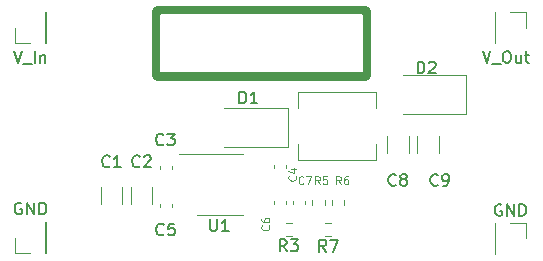
<source format=gto>
%TF.GenerationSoftware,KiCad,Pcbnew,(5.1.9)-1*%
%TF.CreationDate,2021-01-18T19:47:50+01:00*%
%TF.ProjectId,DC-DC-only,44432d44-432d-46f6-9e6c-792e6b696361,rev?*%
%TF.SameCoordinates,Original*%
%TF.FileFunction,Legend,Top*%
%TF.FilePolarity,Positive*%
%FSLAX46Y46*%
G04 Gerber Fmt 4.6, Leading zero omitted, Abs format (unit mm)*
G04 Created by KiCad (PCBNEW (5.1.9)-1) date 2021-01-18 19:47:50*
%MOMM*%
%LPD*%
G01*
G04 APERTURE LIST*
%ADD10C,0.120000*%
%ADD11C,1.000000*%
%ADD12C,0.150000*%
%ADD13C,0.100000*%
%ADD14R,2.500000X1.800000*%
%ADD15R,1.700000X1.700000*%
%ADD16R,1.950000X3.000000*%
%ADD17C,5.700000*%
%ADD18C,1.600000*%
%ADD19O,1.600000X1.600000*%
G04 APERTURE END LIST*
D10*
%TO.C,C1*%
X112797000Y-94743748D02*
X112797000Y-96166252D01*
X110977000Y-94743748D02*
X110977000Y-96166252D01*
%TO.C,C2*%
X115337000Y-94743748D02*
X115337000Y-96166252D01*
X113517000Y-94743748D02*
X113517000Y-96166252D01*
%TO.C,C3*%
X115949000Y-93218580D02*
X115949000Y-92937420D01*
X116969000Y-93218580D02*
X116969000Y-92937420D01*
%TO.C,C4*%
X126621000Y-92836420D02*
X126621000Y-93117580D01*
X125601000Y-92836420D02*
X125601000Y-93117580D01*
%TO.C,C5*%
X116969000Y-96112420D02*
X116969000Y-96393580D01*
X115949000Y-96112420D02*
X115949000Y-96393580D01*
%TO.C,C6*%
X126621000Y-95871420D02*
X126621000Y-96152580D01*
X125601000Y-95871420D02*
X125601000Y-96152580D01*
%TO.C,C7*%
X128272000Y-95871420D02*
X128272000Y-96152580D01*
X127252000Y-95871420D02*
X127252000Y-96152580D01*
%TO.C,C8*%
X137054000Y-90425748D02*
X137054000Y-91848252D01*
X135234000Y-90425748D02*
X135234000Y-91848252D01*
%TO.C,C9*%
X139594000Y-90425748D02*
X139594000Y-91848252D01*
X137774000Y-90425748D02*
X137774000Y-91848252D01*
%TO.C,D1*%
X126844000Y-91312000D02*
X126844000Y-88012000D01*
X126844000Y-88012000D02*
X121444000Y-88012000D01*
X126844000Y-91312000D02*
X121444000Y-91312000D01*
%TO.C,J1*%
X106330000Y-82550000D02*
X106330000Y-79890000D01*
X106270000Y-82550000D02*
X106330000Y-82550000D01*
X106270000Y-79890000D02*
X106330000Y-79890000D01*
X106270000Y-82550000D02*
X106270000Y-79890000D01*
X105000000Y-82550000D02*
X103670000Y-82550000D01*
X103670000Y-82550000D02*
X103670000Y-81220000D01*
%TO.C,J2*%
X144310000Y-97730000D02*
X144310000Y-100390000D01*
X144370000Y-97730000D02*
X144310000Y-97730000D01*
X144370000Y-100390000D02*
X144310000Y-100390000D01*
X144370000Y-97730000D02*
X144370000Y-100390000D01*
X145640000Y-97730000D02*
X146970000Y-97730000D01*
X146970000Y-97730000D02*
X146970000Y-99060000D01*
%TO.C,J3*%
X144310000Y-79890000D02*
X144310000Y-82550000D01*
X144370000Y-79890000D02*
X144310000Y-79890000D01*
X144370000Y-82550000D02*
X144310000Y-82550000D01*
X144370000Y-79890000D02*
X144370000Y-82550000D01*
X145640000Y-79890000D02*
X146970000Y-79890000D01*
X146970000Y-79890000D02*
X146970000Y-81220000D01*
%TO.C,J4*%
X106330000Y-100330000D02*
X106330000Y-97670000D01*
X106270000Y-100330000D02*
X106330000Y-100330000D01*
X106270000Y-97670000D02*
X106330000Y-97670000D01*
X106270000Y-100330000D02*
X106270000Y-97670000D01*
X105000000Y-100330000D02*
X103670000Y-100330000D01*
X103670000Y-100330000D02*
X103670000Y-99000000D01*
%TO.C,L1*%
X134237000Y-91062000D02*
X134237000Y-92462000D01*
X134237000Y-92462000D02*
X127637000Y-92462000D01*
X127637000Y-92462000D02*
X127637000Y-91062000D01*
X127637000Y-88062000D02*
X127637000Y-86662000D01*
X127637000Y-86662000D02*
X134237000Y-86662000D01*
X134237000Y-86662000D02*
X134237000Y-88062000D01*
%TO.C,R3*%
X126686542Y-97775500D02*
X127161058Y-97775500D01*
X126686542Y-98820500D02*
X127161058Y-98820500D01*
%TO.C,R5*%
X129935500Y-95774742D02*
X129935500Y-96249258D01*
X128890500Y-95774742D02*
X128890500Y-96249258D01*
%TO.C,R6*%
X131586500Y-95774742D02*
X131586500Y-96249258D01*
X130541500Y-95774742D02*
X130541500Y-96249258D01*
%TO.C,R7*%
X130463058Y-98820500D02*
X129988542Y-98820500D01*
X130463058Y-97775500D02*
X129988542Y-97775500D01*
%TO.C,U1*%
X121031000Y-97048000D02*
X122981000Y-97048000D01*
X121031000Y-97048000D02*
X119081000Y-97048000D01*
X121031000Y-91928000D02*
X122981000Y-91928000D01*
X121031000Y-91928000D02*
X117581000Y-91928000D01*
D11*
%TO.C,LO1*%
X133356600Y-85200800D02*
X115830600Y-85200800D01*
X133356600Y-79866800D02*
X133356600Y-85200800D01*
X115830600Y-79866800D02*
X133356600Y-79866800D01*
X115830600Y-85200800D02*
X115830600Y-79866800D01*
D10*
%TO.C,D2*%
X141925000Y-88518000D02*
X136525000Y-88518000D01*
X141925000Y-85218000D02*
X136525000Y-85218000D01*
X141925000Y-88518000D02*
X141925000Y-85218000D01*
%TO.C,C1*%
D12*
X111720333Y-92940142D02*
X111672714Y-92987761D01*
X111529857Y-93035380D01*
X111434619Y-93035380D01*
X111291761Y-92987761D01*
X111196523Y-92892523D01*
X111148904Y-92797285D01*
X111101285Y-92606809D01*
X111101285Y-92463952D01*
X111148904Y-92273476D01*
X111196523Y-92178238D01*
X111291761Y-92083000D01*
X111434619Y-92035380D01*
X111529857Y-92035380D01*
X111672714Y-92083000D01*
X111720333Y-92130619D01*
X112672714Y-93035380D02*
X112101285Y-93035380D01*
X112387000Y-93035380D02*
X112387000Y-92035380D01*
X112291761Y-92178238D01*
X112196523Y-92273476D01*
X112101285Y-92321095D01*
%TO.C,C2*%
X114260333Y-92940142D02*
X114212714Y-92987761D01*
X114069857Y-93035380D01*
X113974619Y-93035380D01*
X113831761Y-92987761D01*
X113736523Y-92892523D01*
X113688904Y-92797285D01*
X113641285Y-92606809D01*
X113641285Y-92463952D01*
X113688904Y-92273476D01*
X113736523Y-92178238D01*
X113831761Y-92083000D01*
X113974619Y-92035380D01*
X114069857Y-92035380D01*
X114212714Y-92083000D01*
X114260333Y-92130619D01*
X114641285Y-92130619D02*
X114688904Y-92083000D01*
X114784142Y-92035380D01*
X115022238Y-92035380D01*
X115117476Y-92083000D01*
X115165095Y-92130619D01*
X115212714Y-92225857D01*
X115212714Y-92321095D01*
X115165095Y-92463952D01*
X114593666Y-93035380D01*
X115212714Y-93035380D01*
%TO.C,C3*%
X116263333Y-91102142D02*
X116215714Y-91149761D01*
X116072857Y-91197380D01*
X115977619Y-91197380D01*
X115834761Y-91149761D01*
X115739523Y-91054523D01*
X115691904Y-90959285D01*
X115644285Y-90768809D01*
X115644285Y-90625952D01*
X115691904Y-90435476D01*
X115739523Y-90340238D01*
X115834761Y-90245000D01*
X115977619Y-90197380D01*
X116072857Y-90197380D01*
X116215714Y-90245000D01*
X116263333Y-90292619D01*
X116596666Y-90197380D02*
X117215714Y-90197380D01*
X116882380Y-90578333D01*
X117025238Y-90578333D01*
X117120476Y-90625952D01*
X117168095Y-90673571D01*
X117215714Y-90768809D01*
X117215714Y-91006904D01*
X117168095Y-91102142D01*
X117120476Y-91149761D01*
X117025238Y-91197380D01*
X116739523Y-91197380D01*
X116644285Y-91149761D01*
X116596666Y-91102142D01*
%TO.C,C4*%
D13*
X127460714Y-93776000D02*
X127492142Y-93807428D01*
X127523571Y-93901714D01*
X127523571Y-93964571D01*
X127492142Y-94058857D01*
X127429285Y-94121714D01*
X127366428Y-94153142D01*
X127240714Y-94184571D01*
X127146428Y-94184571D01*
X127020714Y-94153142D01*
X126957857Y-94121714D01*
X126895000Y-94058857D01*
X126863571Y-93964571D01*
X126863571Y-93901714D01*
X126895000Y-93807428D01*
X126926428Y-93776000D01*
X127083571Y-93210285D02*
X127523571Y-93210285D01*
X126832142Y-93367428D02*
X127303571Y-93524571D01*
X127303571Y-93116000D01*
%TO.C,C5*%
D12*
X116292333Y-98722142D02*
X116244714Y-98769761D01*
X116101857Y-98817380D01*
X116006619Y-98817380D01*
X115863761Y-98769761D01*
X115768523Y-98674523D01*
X115720904Y-98579285D01*
X115673285Y-98388809D01*
X115673285Y-98245952D01*
X115720904Y-98055476D01*
X115768523Y-97960238D01*
X115863761Y-97865000D01*
X116006619Y-97817380D01*
X116101857Y-97817380D01*
X116244714Y-97865000D01*
X116292333Y-97912619D01*
X117197095Y-97817380D02*
X116720904Y-97817380D01*
X116673285Y-98293571D01*
X116720904Y-98245952D01*
X116816142Y-98198333D01*
X117054238Y-98198333D01*
X117149476Y-98245952D01*
X117197095Y-98293571D01*
X117244714Y-98388809D01*
X117244714Y-98626904D01*
X117197095Y-98722142D01*
X117149476Y-98769761D01*
X117054238Y-98817380D01*
X116816142Y-98817380D01*
X116720904Y-98769761D01*
X116673285Y-98722142D01*
%TO.C,C6*%
D13*
X125174714Y-97967000D02*
X125206142Y-97998428D01*
X125237571Y-98092714D01*
X125237571Y-98155571D01*
X125206142Y-98249857D01*
X125143285Y-98312714D01*
X125080428Y-98344142D01*
X124954714Y-98375571D01*
X124860428Y-98375571D01*
X124734714Y-98344142D01*
X124671857Y-98312714D01*
X124609000Y-98249857D01*
X124577571Y-98155571D01*
X124577571Y-98092714D01*
X124609000Y-97998428D01*
X124640428Y-97967000D01*
X124577571Y-97401285D02*
X124577571Y-97527000D01*
X124609000Y-97589857D01*
X124640428Y-97621285D01*
X124734714Y-97684142D01*
X124860428Y-97715571D01*
X125111857Y-97715571D01*
X125174714Y-97684142D01*
X125206142Y-97652714D01*
X125237571Y-97589857D01*
X125237571Y-97464142D01*
X125206142Y-97401285D01*
X125174714Y-97369857D01*
X125111857Y-97338428D01*
X124954714Y-97338428D01*
X124891857Y-97369857D01*
X124860428Y-97401285D01*
X124829000Y-97464142D01*
X124829000Y-97589857D01*
X124860428Y-97652714D01*
X124891857Y-97684142D01*
X124954714Y-97715571D01*
%TO.C,C7*%
X128131000Y-94409714D02*
X128099571Y-94441142D01*
X128005285Y-94472571D01*
X127942428Y-94472571D01*
X127848142Y-94441142D01*
X127785285Y-94378285D01*
X127753857Y-94315428D01*
X127722428Y-94189714D01*
X127722428Y-94095428D01*
X127753857Y-93969714D01*
X127785285Y-93906857D01*
X127848142Y-93844000D01*
X127942428Y-93812571D01*
X128005285Y-93812571D01*
X128099571Y-93844000D01*
X128131000Y-93875428D01*
X128351000Y-93812571D02*
X128791000Y-93812571D01*
X128508142Y-94472571D01*
%TO.C,C8*%
D12*
X135948333Y-94531142D02*
X135900714Y-94578761D01*
X135757857Y-94626380D01*
X135662619Y-94626380D01*
X135519761Y-94578761D01*
X135424523Y-94483523D01*
X135376904Y-94388285D01*
X135329285Y-94197809D01*
X135329285Y-94054952D01*
X135376904Y-93864476D01*
X135424523Y-93769238D01*
X135519761Y-93674000D01*
X135662619Y-93626380D01*
X135757857Y-93626380D01*
X135900714Y-93674000D01*
X135948333Y-93721619D01*
X136519761Y-94054952D02*
X136424523Y-94007333D01*
X136376904Y-93959714D01*
X136329285Y-93864476D01*
X136329285Y-93816857D01*
X136376904Y-93721619D01*
X136424523Y-93674000D01*
X136519761Y-93626380D01*
X136710238Y-93626380D01*
X136805476Y-93674000D01*
X136853095Y-93721619D01*
X136900714Y-93816857D01*
X136900714Y-93864476D01*
X136853095Y-93959714D01*
X136805476Y-94007333D01*
X136710238Y-94054952D01*
X136519761Y-94054952D01*
X136424523Y-94102571D01*
X136376904Y-94150190D01*
X136329285Y-94245428D01*
X136329285Y-94435904D01*
X136376904Y-94531142D01*
X136424523Y-94578761D01*
X136519761Y-94626380D01*
X136710238Y-94626380D01*
X136805476Y-94578761D01*
X136853095Y-94531142D01*
X136900714Y-94435904D01*
X136900714Y-94245428D01*
X136853095Y-94150190D01*
X136805476Y-94102571D01*
X136710238Y-94054952D01*
%TO.C,C9*%
X139504333Y-94531142D02*
X139456714Y-94578761D01*
X139313857Y-94626380D01*
X139218619Y-94626380D01*
X139075761Y-94578761D01*
X138980523Y-94483523D01*
X138932904Y-94388285D01*
X138885285Y-94197809D01*
X138885285Y-94054952D01*
X138932904Y-93864476D01*
X138980523Y-93769238D01*
X139075761Y-93674000D01*
X139218619Y-93626380D01*
X139313857Y-93626380D01*
X139456714Y-93674000D01*
X139504333Y-93721619D01*
X139980523Y-94626380D02*
X140171000Y-94626380D01*
X140266238Y-94578761D01*
X140313857Y-94531142D01*
X140409095Y-94388285D01*
X140456714Y-94197809D01*
X140456714Y-93816857D01*
X140409095Y-93721619D01*
X140361476Y-93674000D01*
X140266238Y-93626380D01*
X140075761Y-93626380D01*
X139980523Y-93674000D01*
X139932904Y-93721619D01*
X139885285Y-93816857D01*
X139885285Y-94054952D01*
X139932904Y-94150190D01*
X139980523Y-94197809D01*
X140075761Y-94245428D01*
X140266238Y-94245428D01*
X140361476Y-94197809D01*
X140409095Y-94150190D01*
X140456714Y-94054952D01*
%TO.C,D1*%
X122705904Y-87641380D02*
X122705904Y-86641380D01*
X122944000Y-86641380D01*
X123086857Y-86689000D01*
X123182095Y-86784238D01*
X123229714Y-86879476D01*
X123277333Y-87069952D01*
X123277333Y-87212809D01*
X123229714Y-87403285D01*
X123182095Y-87498523D01*
X123086857Y-87593761D01*
X122944000Y-87641380D01*
X122705904Y-87641380D01*
X124229714Y-87641380D02*
X123658285Y-87641380D01*
X123944000Y-87641380D02*
X123944000Y-86641380D01*
X123848761Y-86784238D01*
X123753523Y-86879476D01*
X123658285Y-86927095D01*
%TO.C,J1*%
X103610238Y-83205380D02*
X103943571Y-84205380D01*
X104276904Y-83205380D01*
X104372142Y-84300619D02*
X105134047Y-84300619D01*
X105372142Y-84205380D02*
X105372142Y-83205380D01*
X105848333Y-83538714D02*
X105848333Y-84205380D01*
X105848333Y-83633952D02*
X105895952Y-83586333D01*
X105991190Y-83538714D01*
X106134047Y-83538714D01*
X106229285Y-83586333D01*
X106276904Y-83681571D01*
X106276904Y-84205380D01*
%TO.C,J2*%
X144893095Y-96207000D02*
X144797857Y-96159380D01*
X144655000Y-96159380D01*
X144512142Y-96207000D01*
X144416904Y-96302238D01*
X144369285Y-96397476D01*
X144321666Y-96587952D01*
X144321666Y-96730809D01*
X144369285Y-96921285D01*
X144416904Y-97016523D01*
X144512142Y-97111761D01*
X144655000Y-97159380D01*
X144750238Y-97159380D01*
X144893095Y-97111761D01*
X144940714Y-97064142D01*
X144940714Y-96730809D01*
X144750238Y-96730809D01*
X145369285Y-97159380D02*
X145369285Y-96159380D01*
X145940714Y-97159380D01*
X145940714Y-96159380D01*
X146416904Y-97159380D02*
X146416904Y-96159380D01*
X146655000Y-96159380D01*
X146797857Y-96207000D01*
X146893095Y-96302238D01*
X146940714Y-96397476D01*
X146988333Y-96587952D01*
X146988333Y-96730809D01*
X146940714Y-96921285D01*
X146893095Y-97016523D01*
X146797857Y-97111761D01*
X146655000Y-97159380D01*
X146416904Y-97159380D01*
%TO.C,J3*%
X143297809Y-83205380D02*
X143631142Y-84205380D01*
X143964476Y-83205380D01*
X144059714Y-84300619D02*
X144821619Y-84300619D01*
X145250190Y-83205380D02*
X145440666Y-83205380D01*
X145535904Y-83253000D01*
X145631142Y-83348238D01*
X145678761Y-83538714D01*
X145678761Y-83872047D01*
X145631142Y-84062523D01*
X145535904Y-84157761D01*
X145440666Y-84205380D01*
X145250190Y-84205380D01*
X145154952Y-84157761D01*
X145059714Y-84062523D01*
X145012095Y-83872047D01*
X145012095Y-83538714D01*
X145059714Y-83348238D01*
X145154952Y-83253000D01*
X145250190Y-83205380D01*
X146535904Y-83538714D02*
X146535904Y-84205380D01*
X146107333Y-83538714D02*
X146107333Y-84062523D01*
X146154952Y-84157761D01*
X146250190Y-84205380D01*
X146393047Y-84205380D01*
X146488285Y-84157761D01*
X146535904Y-84110142D01*
X146869238Y-83538714D02*
X147250190Y-83538714D01*
X147012095Y-83205380D02*
X147012095Y-84062523D01*
X147059714Y-84157761D01*
X147154952Y-84205380D01*
X147250190Y-84205380D01*
%TO.C,J4*%
X104253095Y-96080000D02*
X104157857Y-96032380D01*
X104015000Y-96032380D01*
X103872142Y-96080000D01*
X103776904Y-96175238D01*
X103729285Y-96270476D01*
X103681666Y-96460952D01*
X103681666Y-96603809D01*
X103729285Y-96794285D01*
X103776904Y-96889523D01*
X103872142Y-96984761D01*
X104015000Y-97032380D01*
X104110238Y-97032380D01*
X104253095Y-96984761D01*
X104300714Y-96937142D01*
X104300714Y-96603809D01*
X104110238Y-96603809D01*
X104729285Y-97032380D02*
X104729285Y-96032380D01*
X105300714Y-97032380D01*
X105300714Y-96032380D01*
X105776904Y-97032380D02*
X105776904Y-96032380D01*
X106015000Y-96032380D01*
X106157857Y-96080000D01*
X106253095Y-96175238D01*
X106300714Y-96270476D01*
X106348333Y-96460952D01*
X106348333Y-96603809D01*
X106300714Y-96794285D01*
X106253095Y-96889523D01*
X106157857Y-96984761D01*
X106015000Y-97032380D01*
X105776904Y-97032380D01*
%TO.C,L1*%
X130770333Y-85664380D02*
X130294142Y-85664380D01*
X130294142Y-84664380D01*
X131627476Y-85664380D02*
X131056047Y-85664380D01*
X131341761Y-85664380D02*
X131341761Y-84664380D01*
X131246523Y-84807238D01*
X131151285Y-84902476D01*
X131056047Y-84950095D01*
%TO.C,R3*%
X126706333Y-100147380D02*
X126373000Y-99671190D01*
X126134904Y-100147380D02*
X126134904Y-99147380D01*
X126515857Y-99147380D01*
X126611095Y-99195000D01*
X126658714Y-99242619D01*
X126706333Y-99337857D01*
X126706333Y-99480714D01*
X126658714Y-99575952D01*
X126611095Y-99623571D01*
X126515857Y-99671190D01*
X126134904Y-99671190D01*
X127039666Y-99147380D02*
X127658714Y-99147380D01*
X127325380Y-99528333D01*
X127468238Y-99528333D01*
X127563476Y-99575952D01*
X127611095Y-99623571D01*
X127658714Y-99718809D01*
X127658714Y-99956904D01*
X127611095Y-100052142D01*
X127563476Y-100099761D01*
X127468238Y-100147380D01*
X127182523Y-100147380D01*
X127087285Y-100099761D01*
X127039666Y-100052142D01*
%TO.C,R5*%
D13*
X129528000Y-94472571D02*
X129308000Y-94158285D01*
X129150857Y-94472571D02*
X129150857Y-93812571D01*
X129402285Y-93812571D01*
X129465142Y-93844000D01*
X129496571Y-93875428D01*
X129528000Y-93938285D01*
X129528000Y-94032571D01*
X129496571Y-94095428D01*
X129465142Y-94126857D01*
X129402285Y-94158285D01*
X129150857Y-94158285D01*
X130125142Y-93812571D02*
X129810857Y-93812571D01*
X129779428Y-94126857D01*
X129810857Y-94095428D01*
X129873714Y-94064000D01*
X130030857Y-94064000D01*
X130093714Y-94095428D01*
X130125142Y-94126857D01*
X130156571Y-94189714D01*
X130156571Y-94346857D01*
X130125142Y-94409714D01*
X130093714Y-94441142D01*
X130030857Y-94472571D01*
X129873714Y-94472571D01*
X129810857Y-94441142D01*
X129779428Y-94409714D01*
%TO.C,R6*%
X131306000Y-94472571D02*
X131086000Y-94158285D01*
X130928857Y-94472571D02*
X130928857Y-93812571D01*
X131180285Y-93812571D01*
X131243142Y-93844000D01*
X131274571Y-93875428D01*
X131306000Y-93938285D01*
X131306000Y-94032571D01*
X131274571Y-94095428D01*
X131243142Y-94126857D01*
X131180285Y-94158285D01*
X130928857Y-94158285D01*
X131871714Y-93812571D02*
X131746000Y-93812571D01*
X131683142Y-93844000D01*
X131651714Y-93875428D01*
X131588857Y-93969714D01*
X131557428Y-94095428D01*
X131557428Y-94346857D01*
X131588857Y-94409714D01*
X131620285Y-94441142D01*
X131683142Y-94472571D01*
X131808857Y-94472571D01*
X131871714Y-94441142D01*
X131903142Y-94409714D01*
X131934571Y-94346857D01*
X131934571Y-94189714D01*
X131903142Y-94126857D01*
X131871714Y-94095428D01*
X131808857Y-94064000D01*
X131683142Y-94064000D01*
X131620285Y-94095428D01*
X131588857Y-94126857D01*
X131557428Y-94189714D01*
%TO.C,R7*%
D12*
X130059133Y-100180380D02*
X129725800Y-99704190D01*
X129487704Y-100180380D02*
X129487704Y-99180380D01*
X129868657Y-99180380D01*
X129963895Y-99228000D01*
X130011514Y-99275619D01*
X130059133Y-99370857D01*
X130059133Y-99513714D01*
X130011514Y-99608952D01*
X129963895Y-99656571D01*
X129868657Y-99704190D01*
X129487704Y-99704190D01*
X130392466Y-99180380D02*
X131059133Y-99180380D01*
X130630561Y-100180380D01*
%TO.C,U1*%
X120240095Y-97436380D02*
X120240095Y-98245904D01*
X120287714Y-98341142D01*
X120335333Y-98388761D01*
X120430571Y-98436380D01*
X120621047Y-98436380D01*
X120716285Y-98388761D01*
X120763904Y-98341142D01*
X120811523Y-98245904D01*
X120811523Y-97436380D01*
X121811523Y-98436380D02*
X121240095Y-98436380D01*
X121525809Y-98436380D02*
X121525809Y-97436380D01*
X121430571Y-97579238D01*
X121335333Y-97674476D01*
X121240095Y-97722095D01*
%TO.C,D2*%
X137789904Y-85101380D02*
X137789904Y-84101380D01*
X138028000Y-84101380D01*
X138170857Y-84149000D01*
X138266095Y-84244238D01*
X138313714Y-84339476D01*
X138361333Y-84529952D01*
X138361333Y-84672809D01*
X138313714Y-84863285D01*
X138266095Y-84958523D01*
X138170857Y-85053761D01*
X138028000Y-85101380D01*
X137789904Y-85101380D01*
X138742285Y-84196619D02*
X138789904Y-84149000D01*
X138885142Y-84101380D01*
X139123238Y-84101380D01*
X139218476Y-84149000D01*
X139266095Y-84196619D01*
X139313714Y-84291857D01*
X139313714Y-84387095D01*
X139266095Y-84529952D01*
X138694666Y-85101380D01*
X139313714Y-85101380D01*
%TD*%
%LPC*%
%TO.C,LO1*%
G36*
X133077200Y-80171600D02*
G01*
X116110000Y-80171600D01*
X116110000Y-84896000D01*
X133077200Y-84896000D01*
X133077200Y-80171600D01*
G37*
X133077200Y-80171600D02*
X116110000Y-80171600D01*
X116110000Y-84896000D01*
X133077200Y-84896000D01*
X133077200Y-80171600D01*
%TD*%
%TO.C,C1*%
G36*
G01*
X111236999Y-96355000D02*
X112537001Y-96355000D01*
G75*
G02*
X112787000Y-96604999I0J-249999D01*
G01*
X112787000Y-97255001D01*
G75*
G02*
X112537001Y-97505000I-249999J0D01*
G01*
X111236999Y-97505000D01*
G75*
G02*
X110987000Y-97255001I0J249999D01*
G01*
X110987000Y-96604999D01*
G75*
G02*
X111236999Y-96355000I249999J0D01*
G01*
G37*
G36*
G01*
X111236999Y-93405000D02*
X112537001Y-93405000D01*
G75*
G02*
X112787000Y-93654999I0J-249999D01*
G01*
X112787000Y-94305001D01*
G75*
G02*
X112537001Y-94555000I-249999J0D01*
G01*
X111236999Y-94555000D01*
G75*
G02*
X110987000Y-94305001I0J249999D01*
G01*
X110987000Y-93654999D01*
G75*
G02*
X111236999Y-93405000I249999J0D01*
G01*
G37*
%TD*%
%TO.C,C2*%
G36*
G01*
X113776999Y-96355000D02*
X115077001Y-96355000D01*
G75*
G02*
X115327000Y-96604999I0J-249999D01*
G01*
X115327000Y-97255001D01*
G75*
G02*
X115077001Y-97505000I-249999J0D01*
G01*
X113776999Y-97505000D01*
G75*
G02*
X113527000Y-97255001I0J249999D01*
G01*
X113527000Y-96604999D01*
G75*
G02*
X113776999Y-96355000I249999J0D01*
G01*
G37*
G36*
G01*
X113776999Y-93405000D02*
X115077001Y-93405000D01*
G75*
G02*
X115327000Y-93654999I0J-249999D01*
G01*
X115327000Y-94305001D01*
G75*
G02*
X115077001Y-94555000I-249999J0D01*
G01*
X113776999Y-94555000D01*
G75*
G02*
X113527000Y-94305001I0J249999D01*
G01*
X113527000Y-93654999D01*
G75*
G02*
X113776999Y-93405000I249999J0D01*
G01*
G37*
%TD*%
%TO.C,C3*%
G36*
G01*
X116709000Y-92753000D02*
X116209000Y-92753000D01*
G75*
G02*
X115984000Y-92528000I0J225000D01*
G01*
X115984000Y-92078000D01*
G75*
G02*
X116209000Y-91853000I225000J0D01*
G01*
X116709000Y-91853000D01*
G75*
G02*
X116934000Y-92078000I0J-225000D01*
G01*
X116934000Y-92528000D01*
G75*
G02*
X116709000Y-92753000I-225000J0D01*
G01*
G37*
G36*
G01*
X116709000Y-94303000D02*
X116209000Y-94303000D01*
G75*
G02*
X115984000Y-94078000I0J225000D01*
G01*
X115984000Y-93628000D01*
G75*
G02*
X116209000Y-93403000I225000J0D01*
G01*
X116709000Y-93403000D01*
G75*
G02*
X116934000Y-93628000I0J-225000D01*
G01*
X116934000Y-94078000D01*
G75*
G02*
X116709000Y-94303000I-225000J0D01*
G01*
G37*
%TD*%
%TO.C,C4*%
G36*
G01*
X125861000Y-93302000D02*
X126361000Y-93302000D01*
G75*
G02*
X126586000Y-93527000I0J-225000D01*
G01*
X126586000Y-93977000D01*
G75*
G02*
X126361000Y-94202000I-225000J0D01*
G01*
X125861000Y-94202000D01*
G75*
G02*
X125636000Y-93977000I0J225000D01*
G01*
X125636000Y-93527000D01*
G75*
G02*
X125861000Y-93302000I225000J0D01*
G01*
G37*
G36*
G01*
X125861000Y-91752000D02*
X126361000Y-91752000D01*
G75*
G02*
X126586000Y-91977000I0J-225000D01*
G01*
X126586000Y-92427000D01*
G75*
G02*
X126361000Y-92652000I-225000J0D01*
G01*
X125861000Y-92652000D01*
G75*
G02*
X125636000Y-92427000I0J225000D01*
G01*
X125636000Y-91977000D01*
G75*
G02*
X125861000Y-91752000I225000J0D01*
G01*
G37*
%TD*%
%TO.C,C5*%
G36*
G01*
X116209000Y-96578000D02*
X116709000Y-96578000D01*
G75*
G02*
X116934000Y-96803000I0J-225000D01*
G01*
X116934000Y-97253000D01*
G75*
G02*
X116709000Y-97478000I-225000J0D01*
G01*
X116209000Y-97478000D01*
G75*
G02*
X115984000Y-97253000I0J225000D01*
G01*
X115984000Y-96803000D01*
G75*
G02*
X116209000Y-96578000I225000J0D01*
G01*
G37*
G36*
G01*
X116209000Y-95028000D02*
X116709000Y-95028000D01*
G75*
G02*
X116934000Y-95253000I0J-225000D01*
G01*
X116934000Y-95703000D01*
G75*
G02*
X116709000Y-95928000I-225000J0D01*
G01*
X116209000Y-95928000D01*
G75*
G02*
X115984000Y-95703000I0J225000D01*
G01*
X115984000Y-95253000D01*
G75*
G02*
X116209000Y-95028000I225000J0D01*
G01*
G37*
%TD*%
%TO.C,C6*%
G36*
G01*
X125861000Y-96337000D02*
X126361000Y-96337000D01*
G75*
G02*
X126586000Y-96562000I0J-225000D01*
G01*
X126586000Y-97012000D01*
G75*
G02*
X126361000Y-97237000I-225000J0D01*
G01*
X125861000Y-97237000D01*
G75*
G02*
X125636000Y-97012000I0J225000D01*
G01*
X125636000Y-96562000D01*
G75*
G02*
X125861000Y-96337000I225000J0D01*
G01*
G37*
G36*
G01*
X125861000Y-94787000D02*
X126361000Y-94787000D01*
G75*
G02*
X126586000Y-95012000I0J-225000D01*
G01*
X126586000Y-95462000D01*
G75*
G02*
X126361000Y-95687000I-225000J0D01*
G01*
X125861000Y-95687000D01*
G75*
G02*
X125636000Y-95462000I0J225000D01*
G01*
X125636000Y-95012000D01*
G75*
G02*
X125861000Y-94787000I225000J0D01*
G01*
G37*
%TD*%
%TO.C,C7*%
G36*
G01*
X127512000Y-96337000D02*
X128012000Y-96337000D01*
G75*
G02*
X128237000Y-96562000I0J-225000D01*
G01*
X128237000Y-97012000D01*
G75*
G02*
X128012000Y-97237000I-225000J0D01*
G01*
X127512000Y-97237000D01*
G75*
G02*
X127287000Y-97012000I0J225000D01*
G01*
X127287000Y-96562000D01*
G75*
G02*
X127512000Y-96337000I225000J0D01*
G01*
G37*
G36*
G01*
X127512000Y-94787000D02*
X128012000Y-94787000D01*
G75*
G02*
X128237000Y-95012000I0J-225000D01*
G01*
X128237000Y-95462000D01*
G75*
G02*
X128012000Y-95687000I-225000J0D01*
G01*
X127512000Y-95687000D01*
G75*
G02*
X127287000Y-95462000I0J225000D01*
G01*
X127287000Y-95012000D01*
G75*
G02*
X127512000Y-94787000I225000J0D01*
G01*
G37*
%TD*%
%TO.C,C8*%
G36*
G01*
X135493999Y-92037000D02*
X136794001Y-92037000D01*
G75*
G02*
X137044000Y-92286999I0J-249999D01*
G01*
X137044000Y-92937001D01*
G75*
G02*
X136794001Y-93187000I-249999J0D01*
G01*
X135493999Y-93187000D01*
G75*
G02*
X135244000Y-92937001I0J249999D01*
G01*
X135244000Y-92286999D01*
G75*
G02*
X135493999Y-92037000I249999J0D01*
G01*
G37*
G36*
G01*
X135493999Y-89087000D02*
X136794001Y-89087000D01*
G75*
G02*
X137044000Y-89336999I0J-249999D01*
G01*
X137044000Y-89987001D01*
G75*
G02*
X136794001Y-90237000I-249999J0D01*
G01*
X135493999Y-90237000D01*
G75*
G02*
X135244000Y-89987001I0J249999D01*
G01*
X135244000Y-89336999D01*
G75*
G02*
X135493999Y-89087000I249999J0D01*
G01*
G37*
%TD*%
%TO.C,C9*%
G36*
G01*
X138033999Y-92037000D02*
X139334001Y-92037000D01*
G75*
G02*
X139584000Y-92286999I0J-249999D01*
G01*
X139584000Y-92937001D01*
G75*
G02*
X139334001Y-93187000I-249999J0D01*
G01*
X138033999Y-93187000D01*
G75*
G02*
X137784000Y-92937001I0J249999D01*
G01*
X137784000Y-92286999D01*
G75*
G02*
X138033999Y-92037000I249999J0D01*
G01*
G37*
G36*
G01*
X138033999Y-89087000D02*
X139334001Y-89087000D01*
G75*
G02*
X139584000Y-89336999I0J-249999D01*
G01*
X139584000Y-89987001D01*
G75*
G02*
X139334001Y-90237000I-249999J0D01*
G01*
X138033999Y-90237000D01*
G75*
G02*
X137784000Y-89987001I0J249999D01*
G01*
X137784000Y-89336999D01*
G75*
G02*
X138033999Y-89087000I249999J0D01*
G01*
G37*
%TD*%
D14*
%TO.C,D1*%
X121444000Y-89662000D03*
X125444000Y-89662000D03*
%TD*%
D15*
%TO.C,J1*%
X105000000Y-81220000D03*
%TD*%
%TO.C,J2*%
X145640000Y-99060000D03*
%TD*%
%TO.C,J3*%
X145640000Y-81220000D03*
%TD*%
%TO.C,J4*%
X105000000Y-99000000D03*
%TD*%
D16*
%TO.C,L1*%
X133687000Y-89662000D03*
X128187000Y-89662000D03*
%TD*%
%TO.C,R3*%
G36*
G01*
X127348800Y-98573000D02*
X127348800Y-98023000D01*
G75*
G02*
X127548800Y-97823000I200000J0D01*
G01*
X127948800Y-97823000D01*
G75*
G02*
X128148800Y-98023000I0J-200000D01*
G01*
X128148800Y-98573000D01*
G75*
G02*
X127948800Y-98773000I-200000J0D01*
G01*
X127548800Y-98773000D01*
G75*
G02*
X127348800Y-98573000I0J200000D01*
G01*
G37*
G36*
G01*
X125698800Y-98573000D02*
X125698800Y-98023000D01*
G75*
G02*
X125898800Y-97823000I200000J0D01*
G01*
X126298800Y-97823000D01*
G75*
G02*
X126498800Y-98023000I0J-200000D01*
G01*
X126498800Y-98573000D01*
G75*
G02*
X126298800Y-98773000I-200000J0D01*
G01*
X125898800Y-98773000D01*
G75*
G02*
X125698800Y-98573000I0J200000D01*
G01*
G37*
%TD*%
%TO.C,R5*%
G36*
G01*
X129138000Y-96437000D02*
X129688000Y-96437000D01*
G75*
G02*
X129888000Y-96637000I0J-200000D01*
G01*
X129888000Y-97037000D01*
G75*
G02*
X129688000Y-97237000I-200000J0D01*
G01*
X129138000Y-97237000D01*
G75*
G02*
X128938000Y-97037000I0J200000D01*
G01*
X128938000Y-96637000D01*
G75*
G02*
X129138000Y-96437000I200000J0D01*
G01*
G37*
G36*
G01*
X129138000Y-94787000D02*
X129688000Y-94787000D01*
G75*
G02*
X129888000Y-94987000I0J-200000D01*
G01*
X129888000Y-95387000D01*
G75*
G02*
X129688000Y-95587000I-200000J0D01*
G01*
X129138000Y-95587000D01*
G75*
G02*
X128938000Y-95387000I0J200000D01*
G01*
X128938000Y-94987000D01*
G75*
G02*
X129138000Y-94787000I200000J0D01*
G01*
G37*
%TD*%
%TO.C,R6*%
G36*
G01*
X130789000Y-96437000D02*
X131339000Y-96437000D01*
G75*
G02*
X131539000Y-96637000I0J-200000D01*
G01*
X131539000Y-97037000D01*
G75*
G02*
X131339000Y-97237000I-200000J0D01*
G01*
X130789000Y-97237000D01*
G75*
G02*
X130589000Y-97037000I0J200000D01*
G01*
X130589000Y-96637000D01*
G75*
G02*
X130789000Y-96437000I200000J0D01*
G01*
G37*
G36*
G01*
X130789000Y-94787000D02*
X131339000Y-94787000D01*
G75*
G02*
X131539000Y-94987000I0J-200000D01*
G01*
X131539000Y-95387000D01*
G75*
G02*
X131339000Y-95587000I-200000J0D01*
G01*
X130789000Y-95587000D01*
G75*
G02*
X130589000Y-95387000I0J200000D01*
G01*
X130589000Y-94987000D01*
G75*
G02*
X130789000Y-94787000I200000J0D01*
G01*
G37*
%TD*%
%TO.C,R7*%
G36*
G01*
X129800800Y-98023000D02*
X129800800Y-98573000D01*
G75*
G02*
X129600800Y-98773000I-200000J0D01*
G01*
X129200800Y-98773000D01*
G75*
G02*
X129000800Y-98573000I0J200000D01*
G01*
X129000800Y-98023000D01*
G75*
G02*
X129200800Y-97823000I200000J0D01*
G01*
X129600800Y-97823000D01*
G75*
G02*
X129800800Y-98023000I0J-200000D01*
G01*
G37*
G36*
G01*
X131450800Y-98023000D02*
X131450800Y-98573000D01*
G75*
G02*
X131250800Y-98773000I-200000J0D01*
G01*
X130850800Y-98773000D01*
G75*
G02*
X130650800Y-98573000I0J200000D01*
G01*
X130650800Y-98023000D01*
G75*
G02*
X130850800Y-97823000I200000J0D01*
G01*
X131250800Y-97823000D01*
G75*
G02*
X131450800Y-98023000I0J-200000D01*
G01*
G37*
%TD*%
%TO.C,U1*%
G36*
G01*
X122531000Y-92733000D02*
X122531000Y-92433000D01*
G75*
G02*
X122681000Y-92283000I150000J0D01*
G01*
X124331000Y-92283000D01*
G75*
G02*
X124481000Y-92433000I0J-150000D01*
G01*
X124481000Y-92733000D01*
G75*
G02*
X124331000Y-92883000I-150000J0D01*
G01*
X122681000Y-92883000D01*
G75*
G02*
X122531000Y-92733000I0J150000D01*
G01*
G37*
G36*
G01*
X122531000Y-94003000D02*
X122531000Y-93703000D01*
G75*
G02*
X122681000Y-93553000I150000J0D01*
G01*
X124331000Y-93553000D01*
G75*
G02*
X124481000Y-93703000I0J-150000D01*
G01*
X124481000Y-94003000D01*
G75*
G02*
X124331000Y-94153000I-150000J0D01*
G01*
X122681000Y-94153000D01*
G75*
G02*
X122531000Y-94003000I0J150000D01*
G01*
G37*
G36*
G01*
X122531000Y-95273000D02*
X122531000Y-94973000D01*
G75*
G02*
X122681000Y-94823000I150000J0D01*
G01*
X124331000Y-94823000D01*
G75*
G02*
X124481000Y-94973000I0J-150000D01*
G01*
X124481000Y-95273000D01*
G75*
G02*
X124331000Y-95423000I-150000J0D01*
G01*
X122681000Y-95423000D01*
G75*
G02*
X122531000Y-95273000I0J150000D01*
G01*
G37*
G36*
G01*
X122531000Y-96543000D02*
X122531000Y-96243000D01*
G75*
G02*
X122681000Y-96093000I150000J0D01*
G01*
X124331000Y-96093000D01*
G75*
G02*
X124481000Y-96243000I0J-150000D01*
G01*
X124481000Y-96543000D01*
G75*
G02*
X124331000Y-96693000I-150000J0D01*
G01*
X122681000Y-96693000D01*
G75*
G02*
X122531000Y-96543000I0J150000D01*
G01*
G37*
G36*
G01*
X117581000Y-96543000D02*
X117581000Y-96243000D01*
G75*
G02*
X117731000Y-96093000I150000J0D01*
G01*
X119381000Y-96093000D01*
G75*
G02*
X119531000Y-96243000I0J-150000D01*
G01*
X119531000Y-96543000D01*
G75*
G02*
X119381000Y-96693000I-150000J0D01*
G01*
X117731000Y-96693000D01*
G75*
G02*
X117581000Y-96543000I0J150000D01*
G01*
G37*
G36*
G01*
X117581000Y-95273000D02*
X117581000Y-94973000D01*
G75*
G02*
X117731000Y-94823000I150000J0D01*
G01*
X119381000Y-94823000D01*
G75*
G02*
X119531000Y-94973000I0J-150000D01*
G01*
X119531000Y-95273000D01*
G75*
G02*
X119381000Y-95423000I-150000J0D01*
G01*
X117731000Y-95423000D01*
G75*
G02*
X117581000Y-95273000I0J150000D01*
G01*
G37*
G36*
G01*
X117581000Y-94003000D02*
X117581000Y-93703000D01*
G75*
G02*
X117731000Y-93553000I150000J0D01*
G01*
X119381000Y-93553000D01*
G75*
G02*
X119531000Y-93703000I0J-150000D01*
G01*
X119531000Y-94003000D01*
G75*
G02*
X119381000Y-94153000I-150000J0D01*
G01*
X117731000Y-94153000D01*
G75*
G02*
X117581000Y-94003000I0J150000D01*
G01*
G37*
G36*
G01*
X117581000Y-92733000D02*
X117581000Y-92433000D01*
G75*
G02*
X117731000Y-92283000I150000J0D01*
G01*
X119381000Y-92283000D01*
G75*
G02*
X119531000Y-92433000I0J-150000D01*
G01*
X119531000Y-92733000D01*
G75*
G02*
X119381000Y-92883000I-150000J0D01*
G01*
X117731000Y-92883000D01*
G75*
G02*
X117581000Y-92733000I0J150000D01*
G01*
G37*
%TD*%
D17*
%TO.C,H1*%
X112000000Y-82610000D03*
%TD*%
%TO.C,H3*%
X138000000Y-97610000D03*
%TD*%
D18*
%TO.C,LO1*%
X121164600Y-81644800D03*
D19*
X128784600Y-81644800D03*
G36*
G01*
X123654600Y-82319800D02*
X123654600Y-80969800D01*
G75*
G02*
X123879600Y-80744800I225000J0D01*
G01*
X124329600Y-80744800D01*
G75*
G02*
X124554600Y-80969800I0J-225000D01*
G01*
X124554600Y-82319800D01*
G75*
G02*
X124329600Y-82544800I-225000J0D01*
G01*
X123879600Y-82544800D01*
G75*
G02*
X123654600Y-82319800I0J225000D01*
G01*
G37*
G36*
G01*
X125394600Y-82319800D02*
X125394600Y-80969800D01*
G75*
G02*
X125619600Y-80744800I225000J0D01*
G01*
X126069600Y-80744800D01*
G75*
G02*
X126294600Y-80969800I0J-225000D01*
G01*
X126294600Y-82319800D01*
G75*
G02*
X126069600Y-82544800I-225000J0D01*
G01*
X125619600Y-82544800D01*
G75*
G02*
X125394600Y-82319800I0J225000D01*
G01*
G37*
%TD*%
D14*
%TO.C,D2*%
X140525000Y-86868000D03*
X136525000Y-86868000D03*
%TD*%
M02*

</source>
